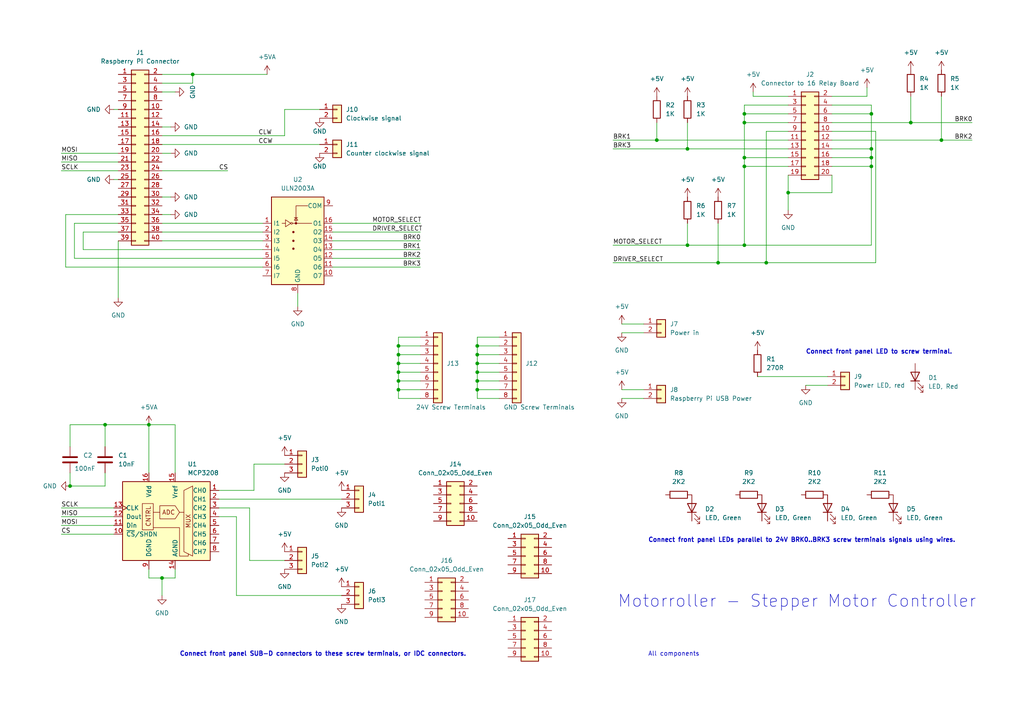
<source format=kicad_sch>
(kicad_sch (version 20230121) (generator eeschema)
  (paper "A4")
  (lib_symbols
    (symbol "Analog_ADC:MCP3208" (pin_names (offset 1.016))
      (property "Reference" "U" (at -5.08 13.335 0))
      (property "Value" "MCP3208" (at -5.08 11.43 0))
      (symbol "MCP3208_0_0"
        (text "ADC" (at -0.635 1.27 0) (effects (font (size 1.27 1.27))))
        (text "CNTRL" (at 5.969 -2.921 900) (effects (font (size 1.27 1.27)) (justify left bottom)))
        (text "MUX" (at -6.35 -1.27 900) (effects (font (size 1.27 1.27))))
      )
      (symbol "MCP3208_0_1"
        (polyline (pts (xy -3.81 1.27) (xy -5.08 1.27)))
        (polyline (pts (xy 1.905 1.27) (xy 3.81 1.27)))
        (polyline (pts (xy -7.62 8.89) (xy -7.62 -11.43) (xy -5.08 -10.16) (xy -5.08 7.62) (xy -7.62 8.89)))
        (polyline (pts (xy 3.81 -3.175) (xy -3.81 -3.175) (xy -3.81 -11.43) (xy -6.35 -11.43) (xy -6.35 -10.795)))
        (polyline (pts (xy 1.905 3.175) (xy 1.905 -0.635) (xy -2.54 -0.635) (xy -3.81 1.27) (xy -2.54 3.175) (xy 1.905 3.175)))
        (rectangle (start 3.81 -3.81) (end 6.985 3.81))
        (rectangle (start 12.7 -12.7) (end -12.7 10.16) (stroke (width 0.254)) (fill (type background)))
      )
      (symbol "MCP3208_1_1"
        (pin input line (at -15.24 7.62 0) (length 2.54) (name "CH0") (number "1"))
        (pin input line (at 15.24 -5.08 180) (length 2.54) (name "~{CS}/SHDN") (number "10"))
        (pin input line (at 15.24 -2.54 180) (length 2.54) (name "Din") (number "11"))
        (pin output line (at 15.24 0 180) (length 2.54) (name "Dout") (number "12"))
        (pin input clock (at 15.24 2.54 180) (length 2.54) (name "CLK") (number "13"))
        (pin power_in line (at -2.54 -15.24 90) (length 2.54) (name "AGND") (number "14"))
        (pin power_in line (at -2.54 12.7 270) (length 2.54) (name "Vref") (number "15"))
        (pin power_in line (at 5.08 12.7 270) (length 2.54) (name "Vdd") (number "16"))
        (pin input line (at -15.24 5.08 0) (length 2.54) (name "CH1") (number "2"))
        (pin input line (at -15.24 2.54 0) (length 2.54) (name "CH2") (number "3"))
        (pin input line (at -15.24 0 0) (length 2.54) (name "CH3") (number "4"))
        (pin input line (at -15.24 -2.54 0) (length 2.54) (name "CH4") (number "5"))
        (pin input line (at -15.24 -5.08 0) (length 2.54) (name "CH5") (number "6"))
        (pin input line (at -15.24 -7.62 0) (length 2.54) (name "CH6") (number "7"))
        (pin input line (at -15.24 -10.16 0) (length 2.54) (name "CH7") (number "8"))
        (pin power_in line (at 5.08 -15.24 90) (length 2.54) (name "DGND") (number "9"))
      )
    )
    (symbol "Connector_Generic:Conn_01x02" (pin_names (offset 1.016) hide)
      (property "Reference" "J" (at 0 2.54 0))
      (property "Value" "Conn_01x02" (at 0 -5.08 0))
      (symbol "Conn_01x02_1_1"
        (rectangle (start -1.27 -2.413) (end 0 -2.667) (stroke (width 0.1524)))
        (rectangle (start -1.27 0.127) (end 0 -0.127) (stroke (width 0.1524)))
        (rectangle (start -1.27 1.27) (end 1.27 -3.81) (stroke (width 0.254)) (fill (type background)))
        (pin passive line (at -5.08 0 0) (length 3.81) (name "Pin_1") (number "1"))
        (pin passive line (at -5.08 -2.54 0) (length 3.81) (name "Pin_2") (number "2"))
      )
    )
    (symbol "Connector_Generic:Conn_01x03" (pin_names (offset 1.016) hide)
      (property "Reference" "J" (at 0 5.08 0))
      (property "Value" "Conn_01x03" (at 0 -5.08 0))
      (symbol "Conn_01x03_1_1"
        (rectangle (start -1.27 -2.413) (end 0 -2.667) (stroke (width 0.1524)))
        (rectangle (start -1.27 0.127) (end 0 -0.127) (stroke (width 0.1524)))
        (rectangle (start -1.27 2.667) (end 0 2.413) (stroke (width 0.1524)))
        (rectangle (start -1.27 3.81) (end 1.27 -3.81) (stroke (width 0.254)) (fill (type background)))
        (pin passive line (at -5.08 2.54 0) (length 3.81) (name "Pin_1") (number "1"))
        (pin passive line (at -5.08 0 0) (length 3.81) (name "Pin_2") (number "2"))
        (pin passive line (at -5.08 -2.54 0) (length 3.81) (name "Pin_3") (number "3"))
      )
    )
    (symbol "Connector_Generic:Conn_01x08" (pin_names (offset 1.016) hide)
      (property "Reference" "J" (at 0 10.16 0))
      (property "Value" "Conn_01x08" (at 0 -12.7 0))
      (symbol "Conn_01x08_1_1"
        (rectangle (start -1.27 -10.033) (end 0 -10.287) (stroke (width 0.1524)))
        (rectangle (start -1.27 -7.493) (end 0 -7.747) (stroke (width 0.1524)))
        (rectangle (start -1.27 -4.953) (end 0 -5.207) (stroke (width 0.1524)))
        (rectangle (start -1.27 -2.413) (end 0 -2.667) (stroke (width 0.1524)))
        (rectangle (start -1.27 0.127) (end 0 -0.127) (stroke (width 0.1524)))
        (rectangle (start -1.27 2.667) (end 0 2.413) (stroke (width 0.1524)))
        (rectangle (start -1.27 5.207) (end 0 4.953) (stroke (width 0.1524)))
        (rectangle (start -1.27 7.747) (end 0 7.493) (stroke (width 0.1524)))
        (rectangle (start -1.27 8.89) (end 1.27 -11.43) (stroke (width 0.254)) (fill (type background)))
        (pin passive line (at -5.08 7.62 0) (length 3.81) (name "Pin_1") (number "1"))
        (pin passive line (at -5.08 5.08 0) (length 3.81) (name "Pin_2") (number "2"))
        (pin passive line (at -5.08 2.54 0) (length 3.81) (name "Pin_3") (number "3"))
        (pin passive line (at -5.08 0 0) (length 3.81) (name "Pin_4") (number "4"))
        (pin passive line (at -5.08 -2.54 0) (length 3.81) (name "Pin_5") (number "5"))
        (pin passive line (at -5.08 -5.08 0) (length 3.81) (name "Pin_6") (number "6"))
        (pin passive line (at -5.08 -7.62 0) (length 3.81) (name "Pin_7") (number "7"))
        (pin passive line (at -5.08 -10.16 0) (length 3.81) (name "Pin_8") (number "8"))
      )
    )
    (symbol "Connector_Generic:Conn_02x05_Odd_Even" (pin_names (offset 1.016) hide)
      (property "Reference" "J" (at 1.27 7.62 0))
      (property "Value" "Conn_02x05_Odd_Even" (at 1.27 -7.62 0))
      (symbol "Conn_02x05_Odd_Even_1_1"
        (rectangle (start -1.27 -4.953) (end 0 -5.207) (stroke (width 0.1524)))
        (rectangle (start -1.27 -2.413) (end 0 -2.667) (stroke (width 0.1524)))
        (rectangle (start -1.27 0.127) (end 0 -0.127) (stroke (width 0.1524)))
        (rectangle (start -1.27 2.667) (end 0 2.413) (stroke (width 0.1524)))
        (rectangle (start -1.27 5.207) (end 0 4.953) (stroke (width 0.1524)))
        (rectangle (start -1.27 6.35) (end 3.81 -6.35) (stroke (width 0.254)) (fill (type background)))
        (rectangle (start 3.81 -4.953) (end 2.54 -5.207) (stroke (width 0.1524)))
        (rectangle (start 3.81 -2.413) (end 2.54 -2.667) (stroke (width 0.1524)))
        (rectangle (start 3.81 0.127) (end 2.54 -0.127) (stroke (width 0.1524)))
        (rectangle (start 3.81 2.667) (end 2.54 2.413) (stroke (width 0.1524)))
        (rectangle (start 3.81 5.207) (end 2.54 4.953) (stroke (width 0.1524)))
        (pin passive line (at -5.08 5.08 0) (length 3.81) (name "Pin_1") (number "1"))
        (pin passive line (at 7.62 -5.08 180) (length 3.81) (name "Pin_10") (number "10"))
        (pin passive line (at 7.62 5.08 180) (length 3.81) (name "Pin_2") (number "2"))
        (pin passive line (at -5.08 2.54 0) (length 3.81) (name "Pin_3") (number "3"))
        (pin passive line (at 7.62 2.54 180) (length 3.81) (name "Pin_4") (number "4"))
        (pin passive line (at -5.08 0 0) (length 3.81) (name "Pin_5") (number "5"))
        (pin passive line (at 7.62 0 180) (length 3.81) (name "Pin_6") (number "6"))
        (pin passive line (at -5.08 -2.54 0) (length 3.81) (name "Pin_7") (number "7"))
        (pin passive line (at 7.62 -2.54 180) (length 3.81) (name "Pin_8") (number "8"))
        (pin passive line (at -5.08 -5.08 0) (length 3.81) (name "Pin_9") (number "9"))
      )
    )
    (symbol "Connector_Generic:Conn_02x10_Odd_Even" (pin_names (offset 1.016) hide)
      (property "Reference" "J" (at 1.27 12.7 0))
      (property "Value" "Conn_02x10_Odd_Even" (at 1.27 -15.24 0))
      (symbol "Conn_02x10_Odd_Even_1_1"
        (rectangle (start -1.27 -12.573) (end 0 -12.827) (stroke (width 0.1524)))
        (rectangle (start -1.27 -10.033) (end 0 -10.287) (stroke (width 0.1524)))
        (rectangle (start -1.27 -7.493) (end 0 -7.747) (stroke (width 0.1524)))
        (rectangle (start -1.27 -4.953) (end 0 -5.207) (stroke (width 0.1524)))
        (rectangle (start -1.27 -2.413) (end 0 -2.667) (stroke (width 0.1524)))
        (rectangle (start -1.27 0.127) (end 0 -0.127) (stroke (width 0.1524)))
        (rectangle (start -1.27 2.667) (end 0 2.413) (stroke (width 0.1524)))
        (rectangle (start -1.27 5.207) (end 0 4.953) (stroke (width 0.1524)))
        (rectangle (start -1.27 7.747) (end 0 7.493) (stroke (width 0.1524)))
        (rectangle (start -1.27 10.287) (end 0 10.033) (stroke (width 0.1524)))
        (rectangle (start -1.27 11.43) (end 3.81 -13.97) (stroke (width 0.254)) (fill (type background)))
        (rectangle (start 3.81 -12.573) (end 2.54 -12.827) (stroke (width 0.1524)))
        (rectangle (start 3.81 -10.033) (end 2.54 -10.287) (stroke (width 0.1524)))
        (rectangle (start 3.81 -7.493) (end 2.54 -7.747) (stroke (width 0.1524)))
        (rectangle (start 3.81 -4.953) (end 2.54 -5.207) (stroke (width 0.1524)))
        (rectangle (start 3.81 -2.413) (end 2.54 -2.667) (stroke (width 0.1524)))
        (rectangle (start 3.81 0.127) (end 2.54 -0.127) (stroke (width 0.1524)))
        (rectangle (start 3.81 2.667) (end 2.54 2.413) (stroke (width 0.1524)))
        (rectangle (start 3.81 5.207) (end 2.54 4.953) (stroke (width 0.1524)))
        (rectangle (start 3.81 7.747) (end 2.54 7.493) (stroke (width 0.1524)))
        (rectangle (start 3.81 10.287) (end 2.54 10.033) (stroke (width 0.1524)))
        (pin passive line (at -5.08 10.16 0) (length 3.81) (name "Pin_1") (number "1"))
        (pin passive line (at 7.62 0 180) (length 3.81) (name "Pin_10") (number "10"))
        (pin passive line (at -5.08 -2.54 0) (length 3.81) (name "Pin_11") (number "11"))
        (pin passive line (at 7.62 -2.54 180) (length 3.81) (name "Pin_12") (number "12"))
        (pin passive line (at -5.08 -5.08 0) (length 3.81) (name "Pin_13") (number "13"))
        (pin passive line (at 7.62 -5.08 180) (length 3.81) (name "Pin_14") (number "14"))
        (pin passive line (at -5.08 -7.62 0) (length 3.81) (name "Pin_15") (number "15"))
        (pin passive line (at 7.62 -7.62 180) (length 3.81) (name "Pin_16") (number "16"))
        (pin passive line (at -5.08 -10.16 0) (length 3.81) (name "Pin_17") (number "17"))
        (pin passive line (at 7.62 -10.16 180) (length 3.81) (name "Pin_18") (number "18"))
        (pin passive line (at -5.08 -12.7 0) (length 3.81) (name "Pin_19") (number "19"))
        (pin passive line (at 7.62 10.16 180) (length 3.81) (name "Pin_2") (number "2"))
        (pin passive line (at 7.62 -12.7 180) (length 3.81) (name "Pin_20") (number "20"))
        (pin passive line (at -5.08 7.62 0) (length 3.81) (name "Pin_3") (number "3"))
        (pin passive line (at 7.62 7.62 180) (length 3.81) (name "Pin_4") (number "4"))
        (pin passive line (at -5.08 5.08 0) (length 3.81) (name "Pin_5") (number "5"))
        (pin passive line (at 7.62 5.08 180) (length 3.81) (name "Pin_6") (number "6"))
        (pin passive line (at -5.08 2.54 0) (length 3.81) (name "Pin_7") (number "7"))
        (pin passive line (at 7.62 2.54 180) (length 3.81) (name "Pin_8") (number "8"))
        (pin passive line (at -5.08 0 0) (length 3.81) (name "Pin_9") (number "9"))
      )
    )
    (symbol "Connector_Generic:Conn_02x20_Odd_Even" (pin_names (offset 1.016) hide)
      (property "Reference" "J" (at 1.27 25.4 0))
      (property "Value" "Conn_02x20_Odd_Even" (at 1.27 -27.94 0))
      (symbol "Conn_02x20_Odd_Even_1_1"
        (rectangle (start -1.27 -25.273) (end 0 -25.527) (stroke (width 0.1524)))
        (rectangle (start -1.27 -22.733) (end 0 -22.987) (stroke (width 0.1524)))
        (rectangle (start -1.27 -20.193) (end 0 -20.447) (stroke (width 0.1524)))
        (rectangle (start -1.27 -17.653) (end 0 -17.907) (stroke (width 0.1524)))
        (rectangle (start -1.27 -15.113) (end 0 -15.367) (stroke (width 0.1524)))
        (rectangle (start -1.27 -12.573) (end 0 -12.827) (stroke (width 0.1524)))
        (rectangle (start -1.27 -10.033) (end 0 -10.287) (stroke (width 0.1524)))
        (rectangle (start -1.27 -7.493) (end 0 -7.747) (stroke (width 0.1524)))
        (rectangle (start -1.27 -4.953) (end 0 -5.207) (stroke (width 0.1524)))
        (rectangle (start -1.27 -2.413) (end 0 -2.667) (stroke (width 0.1524)))
        (rectangle (start -1.27 0.127) (end 0 -0.127) (stroke (width 0.1524)))
        (rectangle (start -1.27 2.667) (end 0 2.413) (stroke (width 0.1524)))
        (rectangle (start -1.27 5.207) (end 0 4.953) (stroke (width 0.1524)))
        (rectangle (start -1.27 7.747) (end 0 7.493) (stroke (width 0.1524)))
        (rectangle (start -1.27 10.287) (end 0 10.033) (stroke (width 0.1524)))
        (rectangle (start -1.27 12.827) (end 0 12.573) (stroke (width 0.1524)))
        (rectangle (start -1.27 15.367) (end 0 15.113) (stroke (width 0.1524)))
        (rectangle (start -1.27 17.907) (end 0 17.653) (stroke (width 0.1524)))
        (rectangle (start -1.27 20.447) (end 0 20.193) (stroke (width 0.1524)))
        (rectangle (start -1.27 22.987) (end 0 22.733) (stroke (width 0.1524)))
        (rectangle (start -1.27 24.13) (end 3.81 -26.67) (stroke (width 0.254)) (fill (type background)))
        (rectangle (start 3.81 -25.273) (end 2.54 -25.527) (stroke (width 0.1524)))
        (rectangle (start 3.81 -22.733) (end 2.54 -22.987) (stroke (width 0.1524)))
        (rectangle (start 3.81 -20.193) (end 2.54 -20.447) (stroke (width 0.1524)))
        (rectangle (start 3.81 -17.653) (end 2.54 -17.907) (stroke (width 0.1524)))
        (rectangle (start 3.81 -15.113) (end 2.54 -15.367) (stroke (width 0.1524)))
        (rectangle (start 3.81 -12.573) (end 2.54 -12.827) (stroke (width 0.1524)))
        (rectangle (start 3.81 -10.033) (end 2.54 -10.287) (stroke (width 0.1524)))
        (rectangle (start 3.81 -7.493) (end 2.54 -7.747) (stroke (width 0.1524)))
        (rectangle (start 3.81 -4.953) (end 2.54 -5.207) (stroke (width 0.1524)))
        (rectangle (start 3.81 -2.413) (end 2.54 -2.667) (stroke (width 0.1524)))
        (rectangle (start 3.81 0.127) (end 2.54 -0.127) (stroke (width 0.1524)))
        (rectangle (start 3.81 2.667) (end 2.54 2.413) (stroke (width 0.1524)))
        (rectangle (start 3.81 5.207) (end 2.54 4.953) (stroke (width 0.1524)))
        (rectangle (start 3.81 7.747) (end 2.54 7.493) (stroke (width 0.1524)))
        (rectangle (start 3.81 10.287) (end 2.54 10.033) (stroke (width 0.1524)))
        (rectangle (start 3.81 12.827) (end 2.54 12.573) (stroke (width 0.1524)))
        (rectangle (start 3.81 15.367) (end 2.54 15.113) (stroke (width 0.1524)))
        (rectangle (start 3.81 17.907) (end 2.54 17.653) (stroke (width 0.1524)))
        (rectangle (start 3.81 20.447) (end 2.54 20.193) (stroke (width 0.1524)))
        (rectangle (start 3.81 22.987) (end 2.54 22.733) (stroke (width 0.1524)))
        (pin passive line (at -5.08 22.86 0) (length 3.81) (name "Pin_1") (number "1"))
        (pin passive line (at 7.62 12.7 180) (length 3.81) (name "Pin_10") (number "10"))
        (pin passive line (at -5.08 10.16 0) (length 3.81) (name "Pin_11") (number "11"))
        (pin passive line (at 7.62 10.16 180) (length 3.81) (name "Pin_12") (number "12"))
        (pin passive line (at -5.08 7.62 0) (length 3.81) (name "Pin_13") (number "13"))
        (pin passive line (at 7.62 7.62 180) (length 3.81) (name "Pin_14") (number "14"))
        (pin passive line (at -5.08 5.08 0) (length 3.81) (name "Pin_15") (number "15"))
        (pin passive line (at 7.62 5.08 180) (length 3.81) (name "Pin_16") (number "16"))
        (pin passive line (at -5.08 2.54 0) (length 3.81) (name "Pin_17") (number "17"))
        (pin passive line (at 7.62 2.54 180) (length 3.81) (name "Pin_18") (number "18"))
        (pin passive line (at -5.08 0 0) (length 3.81) (name "Pin_19") (number "19"))
        (pin passive line (at 7.62 22.86 180) (length 3.81) (name "Pin_2") (number "2"))
        (pin passive line (at 7.62 0 180) (length 3.81) (name "Pin_20") (number "20"))
        (pin passive line (at -5.08 -2.54 0) (length 3.81) (name "Pin_21") (number "21"))
        (pin passive line (at 7.62 -2.54 180) (length 3.81) (name "Pin_22") (number "22"))
        (pin passive line (at -5.08 -5.08 0) (length 3.81) (name "Pin_23") (number "23"))
        (pin passive line (at 7.62 -5.08 180) (length 3.81) (name "Pin_24") (number "24"))
        (pin passive line (at -5.08 -7.62 0) (length 3.81) (name "Pin_25") (number "25"))
        (pin passive line (at 7.62 -7.62 180) (length 3.81) (name "Pin_26") (number "26"))
        (pin passive line (at -5.08 -10.16 0) (length 3.81) (name "Pin_27") (number "27"))
        (pin passive line (at 7.62 -10.16 180) (length 3.81) (name "Pin_28") (number "28"))
        (pin passive line (at -5.08 -12.7 0) (length 3.81) (name "Pin_29") (number "29"))
        (pin passive line (at -5.08 20.32 0) (length 3.81) (name "Pin_3") (number "3"))
        (pin passive line (at 7.62 -12.7 180) (length 3.81) (name "Pin_30") (number "30"))
        (pin passive line (at -5.08 -15.24 0) (length 3.81) (name "Pin_31") (number "31"))
        (pin passive line (at 7.62 -15.24 180) (length 3.81) (name "Pin_32") (number "32"))
        (pin passive line (at -5.08 -17.78 0) (length 3.81) (name "Pin_33") (number "33"))
        (pin passive line (at 7.62 -17.78 180) (length 3.81) (name "Pin_34") (number "34"))
        (pin passive line (at -5.08 -20.32 0) (length 3.81) (name "Pin_35") (number "35"))
        (pin passive line (at 7.62 -20.32 180) (length 3.81) (name "Pin_36") (number "36"))
        (pin passive line (at -5.08 -22.86 0) (length 3.81) (name "Pin_37") (number "37"))
        (pin passive line (at 7.62 -22.86 180) (length 3.81) (name "Pin_38") (number "38"))
        (pin passive line (at -5.08 -25.4 0) (length 3.81) (name "Pin_39") (number "39"))
        (pin passive line (at 7.62 20.32 180) (length 3.81) (name "Pin_4") (number "4"))
        (pin passive line (at 7.62 -25.4 180) (length 3.81) (name "Pin_40") (number "40"))
        (pin passive line (at -5.08 17.78 0) (length 3.81) (name "Pin_5") (number "5"))
        (pin passive line (at 7.62 17.78 180) (length 3.81) (name "Pin_6") (number "6"))
        (pin passive line (at -5.08 15.24 0) (length 3.81) (name "Pin_7") (number "7"))
        (pin passive line (at 7.62 15.24 180) (length 3.81) (name "Pin_8") (number "8"))
        (pin passive line (at -5.08 12.7 0) (length 3.81) (name "Pin_9") (number "9"))
      )
    )
    (symbol "Device:C" (pin_numbers hide) (pin_names (offset 0.254))
      (property "Reference" "C" (at 0.635 2.54 0))
      (property "Value" "C" (at 0.635 -2.54 0))
      (symbol "C_0_1"
        (polyline (pts (xy -2.032 -0.762) (xy 2.032 -0.762)) (stroke (width 0.508)))
        (polyline (pts (xy -2.032 0.762) (xy 2.032 0.762)) (stroke (width 0.508)))
      )
      (symbol "C_1_1"
        (pin passive line (at 0 3.81 270) (length 2.794) (name "~") (number "1"))
        (pin passive line (at 0 -3.81 90) (length 2.794) (name "~") (number "2"))
      )
    )
    (symbol "Device:LED" (pin_numbers hide) (pin_names (offset 1.016) hide)
      (property "Reference" "D" (at 0 2.54 0))
      (property "Value" "LED" (at 0 -2.54 0))
      (symbol "LED_0_1"
        (polyline (pts (xy -1.27 -1.27) (xy -1.27 1.27)) (stroke (width 0.254)))
        (polyline (pts (xy -1.27 0) (xy 1.27 0)))
        (polyline (pts (xy 1.27 -1.27) (xy 1.27 1.27) (xy -1.27 0) (xy 1.27 -1.27)) (stroke (width 0.254)))
        (polyline (pts (xy -3.048 -0.762) (xy -4.572 -2.286) (xy -3.81 -2.286) (xy -4.572 -2.286) (xy -4.572 -1.524)))
        (polyline (pts (xy -1.778 -0.762) (xy -3.302 -2.286) (xy -2.54 -2.286) (xy -3.302 -2.286) (xy -3.302 -1.524)))
      )
      (symbol "LED_1_1"
        (pin passive line (at -3.81 0 0) (length 2.54) (name "K") (number "1"))
        (pin passive line (at 3.81 0 180) (length 2.54) (name "A") (number "2"))
      )
    )
    (symbol "Device:R" (pin_numbers hide) (pin_names (offset 0))
      (property "Reference" "R" (at 2.032 0 90))
      (property "Value" "R" (at 0 0 90))
      (symbol "R_0_1"
        (rectangle (start -1.016 -2.54) (end 1.016 2.54) (stroke (width 0.254)))
      )
      (symbol "R_1_1"
        (pin passive line (at 0 3.81 270) (length 1.27) (name "~") (number "1"))
        (pin passive line (at 0 -3.81 90) (length 1.27) (name "~") (number "2"))
      )
    )
    (symbol "Transistor_Array:ULN2003A"
      (property "Reference" "U" (at 0 15.875 0))
      (property "Value" "ULN2003A" (at 0 13.97 0))
      (symbol "ULN2003A_0_1"
        (rectangle (start -7.62 -12.7) (end 7.62 12.7) (stroke (width 0.254)) (fill (type background)))
        (circle (center -1.778 5.08) (radius 0.254))
        (circle (center -1.27 -2.286) (radius 0.254) (fill (type outline)))
        (circle (center -1.27 0) (radius 0.254) (fill (type outline)))
        (circle (center -1.27 2.54) (radius 0.254) (fill (type outline)))
        (circle (center -0.508 5.08) (radius 0.254) (fill (type outline)))
        (polyline (pts (xy -4.572 5.08) (xy -3.556 5.08)))
        (polyline (pts (xy -1.524 5.08) (xy 4.064 5.08)))
        (polyline (pts (xy 0 6.731) (xy -1.016 6.731)))
        (polyline (pts (xy -0.508 5.08) (xy -0.508 10.16) (xy 2.921 10.16)))
        (polyline (pts (xy -3.556 6.096) (xy -3.556 4.064) (xy -2.032 5.08) (xy -3.556 6.096)))
        (polyline (pts (xy 0 5.969) (xy -1.016 5.969) (xy -0.508 6.731) (xy 0 5.969)))
      )
      (symbol "ULN2003A_1_1"
        (pin input line (at -10.16 5.08 0) (length 2.54) (name "I1") (number "1"))
        (pin open_collector line (at 10.16 -10.16 180) (length 2.54) (name "O7") (number "10"))
        (pin open_collector line (at 10.16 -7.62 180) (length 2.54) (name "O6") (number "11"))
        (pin open_collector line (at 10.16 -5.08 180) (length 2.54) (name "O5") (number "12"))
        (pin open_collector line (at 10.16 -2.54 180) (length 2.54) (name "O4") (number "13"))
        (pin open_collector line (at 10.16 0 180) (length 2.54) (name "O3") (number "14"))
        (pin open_collector line (at 10.16 2.54 180) (length 2.54) (name "O2") (number "15"))
        (pin open_collector line (at 10.16 5.08 180) (length 2.54) (name "O1") (number "16"))
        (pin input line (at -10.16 2.54 0) (length 2.54) (name "I2") (number "2"))
        (pin input line (at -10.16 0 0) (length 2.54) (name "I3") (number "3"))
        (pin input line (at -10.16 -2.54 0) (length 2.54) (name "I4") (number "4"))
        (pin input line (at -10.16 -5.08 0) (length 2.54) (name "I5") (number "5"))
        (pin input line (at -10.16 -7.62 0) (length 2.54) (name "I6") (number "6"))
        (pin input line (at -10.16 -10.16 0) (length 2.54) (name "I7") (number "7"))
        (pin power_in line (at 0 -15.24 90) (length 2.54) (name "GND") (number "8"))
        (pin passive line (at 10.16 10.16 180) (length 2.54) (name "COM") (number "9"))
      )
    )
    (symbol "power:+5V" (power) (pin_names (offset 0))
      (property "Value" "+5V" (at 0 3.556 0))
      (symbol "+5V_0_1"
        (polyline (pts (xy -0.762 1.27) (xy 0 2.54)))
        (polyline (pts (xy 0 0) (xy 0 2.54)))
        (polyline (pts (xy 0 2.54) (xy 0.762 1.27)))
      )
      (symbol "+5V_1_1"
        (pin power_in line (at 0 0 90) (length 0) hide (name "+5V") (number "1"))
      )
    )
    (symbol "power:+5VA" (power) (pin_names (offset 0))
      (property "Value" "+5VA" (at 0 3.556 0))
      (symbol "+5VA_0_1"
        (polyline (pts (xy -0.762 1.27) (xy 0 2.54)))
        (polyline (pts (xy 0 0) (xy 0 2.54)))
        (polyline (pts (xy 0 2.54) (xy 0.762 1.27)))
      )
      (symbol "+5VA_1_1"
        (pin power_in line (at 0 0 90) (length 0) hide (name "+5VA") (number "1"))
      )
    )
    (symbol "power:GND" (power) (pin_names (offset 0))
      (property "Value" "GND" (at 0 -3.81 0))
      (symbol "GND_0_1"
        (polyline (pts (xy 0 0) (xy 0 -1.27) (xy 1.27 -1.27) (xy 0 -2.54) (xy -1.27 -1.27) (xy 0 -1.27)))
      )
      (symbol "GND_1_1"
        (pin power_in line (at 0 0 270) (length 0) hide (name "GND") (number "1"))
      )
    )
  )
  (junction (at 115.57 113.03))
  (junction (at 138.43 102.87))
  (junction (at 252.73 48.26))
  (junction (at 115.57 100.33))
  (junction (at 208.28 76.2))
  (junction (at 30.48 123.19))
  (junction (at 46.99 167.64))
  (junction (at 215.9 48.26))
  (junction (at 215.9 45.72))
  (junction (at 138.43 113.03))
  (junction (at 43.18 123.19))
  (junction (at 273.05 40.64))
  (junction (at 264.16 35.56))
  (junction (at 199.39 71.12))
  (junction (at 252.73 45.72))
  (junction (at 138.43 107.95))
  (junction (at 138.43 105.41))
  (junction (at 115.57 110.49))
  (junction (at 228.6 55.88))
  (junction (at 215.9 35.56))
  (junction (at 55.88 21.59))
  (junction (at 115.57 107.95))
  (junction (at 252.73 33.02))
  (junction (at 215.9 33.02))
  (junction (at 20.32 140.97))
  (junction (at 222.25 76.2))
  (junction (at 115.57 102.87))
  (junction (at 252.73 43.18))
  (junction (at 190.5 40.64))
  (junction (at 138.43 100.33))
  (junction (at 115.57 105.41))
  (junction (at 199.39 43.18))
  (junction (at 138.43 110.49))
  (junction (at 215.9 71.12))
  (wire (pts (xy 49.53 36.83) (xy 46.99 36.83)))
  (wire (pts (xy 30.48 137.16) (xy 30.48 140.97)))
  (wire (pts (xy 96.52 64.77) (xy 121.92 64.77)))
  (wire (pts (xy 177.8 40.64) (xy 190.5 40.64)))
  (wire (pts (xy 180.34 93.98) (xy 186.69 93.98)))
  (wire (pts (xy 177.8 76.2) (xy 208.28 76.2)))
  (wire (pts (xy 252.73 33.02) (xy 241.3 33.02)))
  (wire (pts (xy 190.5 40.64) (xy 228.6 40.64)))
  (wire (pts (xy 218.44 27.94) (xy 228.6 27.94)))
  (wire (pts (xy 17.78 46.99) (xy 34.29 46.99)))
  (wire (pts (xy 115.57 102.87) (xy 115.57 100.33)))
  (wire (pts (xy 82.55 31.75) (xy 92.71 31.75)))
  (wire (pts (xy 215.9 71.12) (xy 215.9 48.26)))
  (wire (pts (xy 115.57 97.79) (xy 121.92 97.79)))
  (wire (pts (xy 115.57 105.41) (xy 115.57 102.87)))
  (wire (pts (xy 138.43 100.33) (xy 138.43 102.87)))
  (wire (pts (xy 24.13 72.39) (xy 76.2 72.39)))
  (wire (pts (xy 215.9 35.56) (xy 215.9 33.02)))
  (wire (pts (xy 20.32 129.54) (xy 20.32 123.19)))
  (wire (pts (xy 138.43 107.95) (xy 144.78 107.95)))
  (wire (pts (xy 73.66 142.24) (xy 73.66 134.62)))
  (wire (pts (xy 251.46 25.4) (xy 251.46 27.94)))
  (wire (pts (xy 68.58 172.72) (xy 99.06 172.72)))
  (wire (pts (xy 115.57 107.95) (xy 115.57 105.41)))
  (wire (pts (xy 228.6 30.48) (xy 215.9 30.48)))
  (wire (pts (xy 96.52 72.39) (xy 121.92 72.39)))
  (wire (pts (xy 228.6 38.1) (xy 222.25 38.1)))
  (wire (pts (xy 115.57 110.49) (xy 115.57 107.95)))
  (wire (pts (xy 138.43 113.03) (xy 144.78 113.03)))
  (wire (pts (xy 77.47 21.59) (xy 55.88 21.59)))
  (wire (pts (xy 241.3 43.18) (xy 252.73 43.18)))
  (wire (pts (xy 115.57 110.49) (xy 121.92 110.49)))
  (wire (pts (xy 33.02 52.07) (xy 34.29 52.07)))
  (wire (pts (xy 199.39 71.12) (xy 215.9 71.12)))
  (wire (pts (xy 115.57 100.33) (xy 121.92 100.33)))
  (wire (pts (xy 228.6 50.8) (xy 228.6 55.88)))
  (wire (pts (xy 241.3 35.56) (xy 264.16 35.56)))
  (wire (pts (xy 34.29 86.36) (xy 34.29 69.85)))
  (wire (pts (xy 241.3 38.1) (xy 254 38.1)))
  (wire (pts (xy 46.99 167.64) (xy 46.99 172.72)))
  (wire (pts (xy 17.78 44.45) (xy 34.29 44.45)))
  (wire (pts (xy 96.52 69.85) (xy 121.92 69.85)))
  (wire (pts (xy 233.68 111.76) (xy 240.03 111.76)))
  (wire (pts (xy 46.99 21.59) (xy 55.88 21.59)))
  (wire (pts (xy 273.05 40.64) (xy 281.94 40.64)))
  (wire (pts (xy 208.28 64.77) (xy 208.28 76.2)))
  (wire (pts (xy 17.78 147.32) (xy 33.02 147.32)))
  (wire (pts (xy 68.58 149.86) (xy 63.5 149.86)))
  (wire (pts (xy 46.99 167.64) (xy 50.8 167.64)))
  (wire (pts (xy 50.8 167.64) (xy 50.8 165.1)))
  (wire (pts (xy 76.2 67.31) (xy 46.99 67.31)))
  (wire (pts (xy 46.99 39.37) (xy 82.55 39.37)))
  (wire (pts (xy 252.73 48.26) (xy 241.3 48.26)))
  (wire (pts (xy 49.53 44.45) (xy 46.99 44.45)))
  (wire (pts (xy 222.25 76.2) (xy 254 76.2)))
  (wire (pts (xy 21.59 64.77) (xy 21.59 74.93)))
  (wire (pts (xy 241.3 30.48) (xy 252.73 30.48)))
  (wire (pts (xy 138.43 97.79) (xy 144.78 97.79)))
  (wire (pts (xy 121.92 115.57) (xy 115.57 115.57)))
  (wire (pts (xy 33.02 31.75) (xy 34.29 31.75)))
  (wire (pts (xy 180.34 113.03) (xy 186.69 113.03)))
  (wire (pts (xy 180.34 115.57) (xy 186.69 115.57)))
  (wire (pts (xy 72.39 162.56) (xy 82.55 162.56)))
  (wire (pts (xy 115.57 102.87) (xy 121.92 102.87)))
  (wire (pts (xy 138.43 110.49) (xy 138.43 113.03)))
  (wire (pts (xy 49.53 62.23) (xy 46.99 62.23)))
  (wire (pts (xy 20.32 140.97) (xy 20.32 137.16)))
  (wire (pts (xy 252.73 45.72) (xy 252.73 48.26)))
  (wire (pts (xy 50.8 123.19) (xy 43.18 123.19)))
  (wire (pts (xy 43.18 167.64) (xy 46.99 167.64)))
  (wire (pts (xy 55.88 24.13) (xy 46.99 24.13)))
  (wire (pts (xy 34.29 64.77) (xy 21.59 64.77)))
  (wire (pts (xy 55.88 21.59) (xy 55.88 24.13)))
  (wire (pts (xy 138.43 107.95) (xy 138.43 110.49)))
  (wire (pts (xy 208.28 76.2) (xy 222.25 76.2)))
  (wire (pts (xy 144.78 115.57) (xy 138.43 115.57)))
  (wire (pts (xy 115.57 100.33) (xy 115.57 97.79)))
  (wire (pts (xy 76.2 64.77) (xy 46.99 64.77)))
  (wire (pts (xy 46.99 49.53) (xy 66.04 49.53)))
  (wire (pts (xy 19.05 62.23) (xy 19.05 77.47)))
  (wire (pts (xy 17.78 149.86) (xy 33.02 149.86)))
  (wire (pts (xy 228.6 35.56) (xy 215.9 35.56)))
  (wire (pts (xy 241.3 40.64) (xy 273.05 40.64)))
  (wire (pts (xy 215.9 35.56) (xy 215.9 45.72)))
  (wire (pts (xy 218.44 26.67) (xy 218.44 27.94)))
  (wire (pts (xy 46.99 41.91) (xy 92.71 41.91)))
  (wire (pts (xy 215.9 48.26) (xy 228.6 48.26)))
  (wire (pts (xy 138.43 97.79) (xy 138.43 100.33)))
  (wire (pts (xy 30.48 129.54) (xy 30.48 123.19)))
  (wire (pts (xy 138.43 113.03) (xy 138.43 115.57)))
  (wire (pts (xy 34.29 67.31) (xy 24.13 67.31)))
  (wire (pts (xy 96.52 67.31) (xy 121.92 67.31)))
  (wire (pts (xy 43.18 123.19) (xy 43.18 137.16)))
  (wire (pts (xy 115.57 115.57) (xy 115.57 113.03)))
  (wire (pts (xy 86.36 88.9) (xy 86.36 85.09)))
  (wire (pts (xy 115.57 105.41) (xy 121.92 105.41)))
  (wire (pts (xy 199.39 64.77) (xy 199.39 71.12)))
  (wire (pts (xy 177.8 71.12) (xy 199.39 71.12)))
  (wire (pts (xy 50.8 26.67) (xy 46.99 26.67)))
  (wire (pts (xy 17.78 154.94) (xy 33.02 154.94)))
  (wire (pts (xy 17.78 152.4) (xy 33.02 152.4)))
  (wire (pts (xy 241.3 55.88) (xy 228.6 55.88)))
  (wire (pts (xy 215.9 45.72) (xy 215.9 48.26)))
  (wire (pts (xy 252.73 43.18) (xy 252.73 45.72)))
  (wire (pts (xy 264.16 27.94) (xy 264.16 35.56)))
  (wire (pts (xy 228.6 55.88) (xy 228.6 60.96)))
  (wire (pts (xy 252.73 30.48) (xy 252.73 33.02)))
  (wire (pts (xy 96.52 77.47) (xy 121.92 77.47)))
  (wire (pts (xy 254 38.1) (xy 254 76.2)))
  (wire (pts (xy 199.39 35.56) (xy 199.39 43.18)))
  (wire (pts (xy 17.78 49.53) (xy 34.29 49.53)))
  (wire (pts (xy 63.5 144.78) (xy 99.06 144.78)))
  (wire (pts (xy 76.2 69.85) (xy 46.99 69.85)))
  (wire (pts (xy 215.9 71.12) (xy 252.73 71.12)))
  (wire (pts (xy 180.34 96.52) (xy 186.69 96.52)))
  (wire (pts (xy 138.43 105.41) (xy 144.78 105.41)))
  (wire (pts (xy 43.18 165.1) (xy 43.18 167.64)))
  (wire (pts (xy 20.32 123.19) (xy 30.48 123.19)))
  (wire (pts (xy 199.39 43.18) (xy 228.6 43.18)))
  (wire (pts (xy 63.5 142.24) (xy 73.66 142.24)))
  (wire (pts (xy 252.73 33.02) (xy 252.73 43.18)))
  (wire (pts (xy 219.71 109.22) (xy 240.03 109.22)))
  (wire (pts (xy 252.73 48.26) (xy 252.73 71.12)))
  (wire (pts (xy 68.58 149.86) (xy 68.58 172.72)))
  (wire (pts (xy 115.57 113.03) (xy 121.92 113.03)))
  (wire (pts (xy 49.53 57.15) (xy 46.99 57.15)))
  (wire (pts (xy 222.25 38.1) (xy 222.25 76.2)))
  (wire (pts (xy 21.59 74.93) (xy 76.2 74.93)))
  (wire (pts (xy 241.3 27.94) (xy 251.46 27.94)))
  (wire (pts (xy 241.3 50.8) (xy 241.3 55.88)))
  (wire (pts (xy 82.55 39.37) (xy 82.55 31.75)))
  (wire (pts (xy 215.9 30.48) (xy 215.9 33.02)))
  (wire (pts (xy 96.52 74.93) (xy 121.92 74.93)))
  (wire (pts (xy 144.78 100.33) (xy 138.43 100.33)))
  (wire (pts (xy 138.43 102.87) (xy 138.43 105.41)))
  (wire (pts (xy 228.6 45.72) (xy 215.9 45.72)))
  (wire (pts (xy 72.39 147.32) (xy 72.39 162.56)))
  (wire (pts (xy 190.5 35.56) (xy 190.5 40.64)))
  (wire (pts (xy 138.43 102.87) (xy 144.78 102.87)))
  (wire (pts (xy 264.16 35.56) (xy 281.94 35.56)))
  (wire (pts (xy 215.9 33.02) (xy 228.6 33.02)))
  (wire (pts (xy 24.13 67.31) (xy 24.13 72.39)))
  (wire (pts (xy 63.5 147.32) (xy 72.39 147.32)))
  (wire (pts (xy 50.8 123.19) (xy 50.8 137.16)))
  (wire (pts (xy 115.57 113.03) (xy 115.57 110.49)))
  (wire (pts (xy 34.29 62.23) (xy 19.05 62.23)))
  (wire (pts (xy 19.05 77.47) (xy 76.2 77.47)))
  (wire (pts (xy 138.43 105.41) (xy 138.43 107.95)))
  (wire (pts (xy 73.66 134.62) (xy 82.55 134.62)))
  (wire (pts (xy 177.8 43.18) (xy 199.39 43.18)))
  (wire (pts (xy 241.3 45.72) (xy 252.73 45.72)))
  (wire (pts (xy 115.57 107.95) (xy 121.92 107.95)))
  (wire (pts (xy 30.48 123.19) (xy 43.18 123.19)))
  (wire (pts (xy 144.78 110.49) (xy 138.43 110.49)))
  (wire (pts (xy 20.32 140.97) (xy 30.48 140.97)))
  (wire (pts (xy 273.05 27.94) (xy 273.05 40.64)))
  (text "Connect front panel SUB-D connectors to these screw terminals, or IDC connectors." (at 52.07 190.5 0) (effects (font (size 1.27 1.27) (thickness 0.254) bold) (justify left bottom)))
  (text "Connect front panel LED to screw terminal." (at 233.68 102.87 0) (effects (font (size 1.27 1.27) (thickness 0.254) bold) (justify left bottom)))
  (text "All components" (at 187.96 190.5 0) (effects (font (size 1.27 1.27)) (justify left bottom)))
  (text "Motorroller - Stepper Motor Controller" (at 179.07 176.53 0) (effects (font (size 3.5 3.5)) (justify left bottom)))
  (text "Connect front panel LEDs parallel to 24V BRK0..BRK3 screw terminals signals using wires." (at 187.96 157.48 0) (effects (font (size 1.27 1.27) (thickness 0.254) bold) (justify left bottom)))
  (label "MOSI" (at 17.78 44.45 0))
  (label "CS" (at 63.5 49.53 0))
  (label "BRK3" (at 116.84 77.47 0))
  (label "MISO" (at 17.78 149.86 0))
  (label "SCLK" (at 17.78 49.53 0))
  (label "BRK2" (at 276.86 40.64 0))
  (label "CLW" (at 74.93 39.37 0))
  (label "BRK2" (at 116.84 74.93 0))
  (label "BRK1" (at 177.8 40.64 0))
  (label "SCLK" (at 17.78 147.32 0))
  (label "MOTOR_SELECT" (at 177.8 71.12 0))
  (label "MOTOR_SELECT" (at 107.95 64.77 0))
  (label "CS" (at 17.78 154.94 0))
  (label "BRK0" (at 276.86 35.56 0))
  (label "BRK1" (at 116.84 72.39 0))
  (label "MOSI" (at 17.78 152.4 0))
  (label "MISO" (at 17.78 46.99 0))
  (label "BRK0" (at 116.84 69.85 0))
  (label "DRIVER_SELECT" (at 107.95 67.31 0))
  (label "BRK3" (at 177.8 43.18 0))
  (label "CCW" (at 74.93 41.91 0))
  (label "DRIVER_SELECT" (at 177.8 76.2 0))
  (symbol (lib_id "Device:R") (at 273.05 24.13 0) (unit 1)
    (property "Reference" "R5" (at 275.59 22.86 0) (effects (justify left)))
    (property "Value" "1K" (at 275.59 25.4 0) (effects (justify left)))
  )
  (symbol (lib_id "power:GND") (at 49.53 44.45 90) (unit 1)
    (property "Reference" "#PWR024" (effects hide))
    (property "Value" "GND" (at 53.34 44.45 90) (effects (justify right)))
  )
  (symbol (lib_id "Connector_Generic:Conn_01x03") (at 104.14 172.72 0) (unit 1)
    (property "Reference" "J6" (at 106.68 171.45 0) (effects (justify left)))
    (property "Value" "Poti3" (at 106.68 173.99 0) (effects (justify left)))
  )
  (symbol (lib_id "Device:R") (at 264.16 24.13 0) (unit 1)
    (property "Reference" "R4" (at 266.7 22.86 0) (effects (justify left)))
    (property "Value" "1K" (at 266.7 25.4 0) (effects (justify left)))
  )
  (symbol (lib_id "power:GND") (at 46.99 172.72 0) (unit 1)
    (property "Reference" "#PWR02" (effects hide))
    (property "Value" "GND" (at 46.99 177.8 0))
  )
  (symbol (lib_id "power:GND") (at 50.8 26.67 90) (unit 1)
    (property "Reference" "#PWR01" (effects hide))
    (property "Value" "GND" (at 55.88 26.67 0))
  )
  (symbol (lib_id "power:GND") (at 49.53 62.23 90) (unit 1)
    (property "Reference" "#PWR026" (effects hide))
    (property "Value" "GND" (at 53.34 62.23 90) (effects (justify right)))
  )
  (symbol (lib_id "power:GND") (at 233.68 111.76 0) (unit 1)
    (property "Reference" "#PWR06" (effects hide))
    (property "Value" "GND" (at 233.68 116.84 0))
  )
  (symbol (lib_id "Connector_Generic:Conn_01x02") (at 97.79 31.75 0) (unit 1)
    (property "Reference" "J10" (at 100.33 31.75 0) (effects (justify left)))
    (property "Value" "Clockwise signal" (at 100.33 34.29 0) (effects (justify left)))
  )
  (symbol (lib_id "Device:C") (at 20.32 133.35 0) (unit 1)
    (property "Reference" "C2" (at 24.13 132.08 0) (effects (justify left)))
    (property "Value" "100nF" (at 21.59 135.89 0) (effects (justify left)))
  )
  (symbol (lib_id "power:GND") (at 99.06 175.26 0) (unit 1)
    (property "Reference" "#PWR017" (effects hide))
    (property "Value" "GND" (at 99.06 180.34 0))
  )
  (symbol (lib_id "power:+5V") (at 219.71 101.6 0) (unit 1)
    (property "Reference" "#PWR07" (effects hide))
    (property "Value" "+5V" (at 219.71 96.52 0))
  )
  (symbol (lib_id "power:GND") (at 99.06 147.32 0) (unit 1)
    (property "Reference" "#PWR015" (effects hide))
    (property "Value" "GND" (at 99.06 152.4 0))
  )
  (symbol (lib_id "power:GND") (at 92.71 34.29 0) (unit 1)
    (property "Reference" "#PWR031" (effects hide))
    (property "Value" "GND" (at 92.71 38.1 0))
  )
  (symbol (lib_id "Device:R") (at 255.27 143.51 90) (unit 1)
    (property "Reference" "R11" (at 255.27 137.16 90))
    (property "Value" "2K2" (at 255.27 139.7 90))
  )
  (symbol (lib_id "power:+5V") (at 199.39 27.94 0) (unit 1)
    (property "Reference" "#PWR033" (effects hide))
    (property "Value" "+5V" (at 199.39 22.86 0))
  )
  (symbol (lib_id "power:+5V") (at 82.55 132.08 0) (unit 1)
    (property "Reference" "#PWR010" (effects hide))
    (property "Value" "+5V" (at 82.55 127 0))
  )
  (symbol (lib_id "power:GND") (at 49.53 57.15 90) (unit 1)
    (property "Reference" "#PWR025" (effects hide))
    (property "Value" "GND" (at 53.34 57.15 90) (effects (justify right)))
  )
  (symbol (lib_id "Device:R") (at 196.85 143.51 90) (unit 1)
    (property "Reference" "R8" (at 196.85 137.16 90))
    (property "Value" "2K2" (at 196.85 139.7 90))
  )
  (symbol (lib_id "power:+5V") (at 180.34 113.03 0) (unit 1)
    (property "Reference" "#PWR09" (effects hide))
    (property "Value" "+5V" (at 180.34 107.95 0))
  )
  (symbol (lib_id "Device:LED") (at 240.03 147.32 90) (unit 1)
    (property "Reference" "D4" (at 243.84 147.6375 90) (effects (justify right)))
    (property "Value" "LED, Green" (at 243.84 150.1775 90) (effects (justify right)))
  )
  (symbol (lib_id "Device:R") (at 236.22 143.51 90) (unit 1)
    (property "Reference" "R10" (at 236.22 137.16 90))
    (property "Value" "2K2" (at 236.22 139.7 90))
  )
  (symbol (lib_id "Connector_Generic:Conn_01x02") (at 191.77 113.03 0) (unit 1)
    (property "Reference" "J8" (at 194.31 113.03 0) (effects (justify left)))
    (property "Value" "Raspberry Pi USB Power" (at 194.31 115.57 0) (effects (justify left)))
  )
  (symbol (lib_id "Device:LED") (at 259.08 147.32 90) (unit 1)
    (property "Reference" "D5" (at 262.89 147.6375 90) (effects (justify right)))
    (property "Value" "LED, Green" (at 262.89 150.1775 90) (effects (justify right)))
  )
  (symbol (lib_id "Connector_Generic:Conn_02x20_Odd_Even") (at 39.37 44.45 0) (unit 1)
    (property "Reference" "J1" (at 40.64 15.24 0))
    (property "Value" "Raspberry Pi Connector" (at 40.64 17.78 0))
  )
  (symbol (lib_id "Device:LED") (at 265.43 109.22 90) (unit 1)
    (property "Reference" "D1" (at 269.24 109.5375 90) (effects (justify right)))
    (property "Value" "LED, Red" (at 269.24 112.0775 90) (effects (justify right)))
  )
  (symbol (lib_id "power:+5V") (at 208.28 57.15 0) (unit 1)
    (property "Reference" "#PWR037" (effects hide))
    (property "Value" "+5V" (at 208.28 52.07 0))
  )
  (symbol (lib_id "Device:R") (at 199.39 31.75 0) (unit 1)
    (property "Reference" "R3" (at 201.93 30.48 0) (effects (justify left)))
    (property "Value" "1K" (at 201.93 33.02 0) (effects (justify left)))
  )
  (symbol (lib_id "Device:R") (at 190.5 31.75 0) (unit 1)
    (property "Reference" "R2" (at 193.04 30.48 0) (effects (justify left)))
    (property "Value" "1K" (at 193.04 33.02 0) (effects (justify left)))
  )
  (symbol (lib_id "power:+5V") (at 264.16 20.32 0) (unit 1)
    (property "Reference" "#PWR034" (effects hide))
    (property "Value" "+5V" (at 264.16 15.24 0))
  )
  (symbol (lib_id "power:GND") (at 20.32 140.97 270) (unit 1)
    (property "Reference" "#PWR038" (effects hide))
    (property "Value" "GND" (at 16.51 140.97 90) (effects (justify right)))
  )
  (symbol (lib_id "Connector_Generic:Conn_02x05_Odd_Even") (at 152.4 185.42 0) (unit 1)
    (property "Reference" "J17" (at 153.67 173.99 0))
    (property "Value" "Conn_02x05_Odd_Even" (at 153.67 176.53 0))
  )
  (symbol (lib_id "Connector_Generic:Conn_02x05_Odd_Even") (at 152.4 161.29 0) (unit 1)
    (property "Reference" "J15" (at 153.67 149.86 0))
    (property "Value" "Conn_02x05_Odd_Even" (at 153.67 152.4 0))
  )
  (symbol (lib_id "power:+5V") (at 180.34 93.98 0) (unit 1)
    (property "Reference" "#PWR08" (effects hide))
    (property "Value" "+5V" (at 180.34 88.9 0))
  )
  (symbol (lib_id "power:+5V") (at 251.46 25.4 0) (unit 1)
    (property "Reference" "#PWR020" (effects hide))
    (property "Value" "+5V" (at 251.46 20.32 0))
  )
  (symbol (lib_id "Connector_Generic:Conn_02x05_Odd_Even") (at 130.81 146.05 0) (unit 1)
    (property "Reference" "J14" (at 132.08 134.62 0))
    (property "Value" "Conn_02x05_Odd_Even" (at 132.08 137.16 0))
  )
  (symbol (lib_id "power:+5V") (at 99.06 170.18 0) (unit 1)
    (property "Reference" "#PWR013" (effects hide))
    (property "Value" "+5V" (at 99.06 165.1 0))
  )
  (symbol (lib_id "Connector_Generic:Conn_01x08") (at 127 105.41 0) (unit 1)
    (property "Reference" "J13" (at 129.54 105.41 0) (effects (justify left)))
    (property "Value" "24V Screw Terminals" (at 120.65 118.11 0) (effects (justify left)))
  )
  (symbol (lib_id "power:+5V") (at 99.06 142.24 0) (unit 1)
    (property "Reference" "#PWR011" (effects hide))
    (property "Value" "+5V" (at 99.06 137.16 0))
  )
  (symbol (lib_id "power:+5V") (at 82.55 160.02 0) (unit 1)
    (property "Reference" "#PWR012" (effects hide))
    (property "Value" "+5V" (at 82.55 154.94 0))
  )
  (symbol (lib_id "Device:LED") (at 220.98 147.32 90) (unit 1)
    (property "Reference" "D3" (at 224.79 147.6375 90) (effects (justify right)))
    (property "Value" "LED, Green" (at 224.79 150.1775 90) (effects (justify right)))
  )
  (symbol (lib_id "power:+5V") (at 199.39 57.15 0) (unit 1)
    (property "Reference" "#PWR036" (effects hide))
    (property "Value" "+5V" (at 199.39 52.07 0))
  )
  (symbol (lib_id "power:+5VA") (at 77.47 21.59 0) (unit 1)
    (property "Reference" "#PWR021" (effects hide))
    (property "Value" "+5VA" (at 77.47 16.51 0))
  )
  (symbol (lib_id "power:GND") (at 34.29 86.36 0) (unit 1)
    (property "Reference" "#PWR029" (effects hide))
    (property "Value" "GND" (at 34.29 91.44 0))
  )
  (symbol (lib_id "power:GND") (at 228.6 60.96 0) (unit 1)
    (property "Reference" "#PWR019" (effects hide))
    (property "Value" "GND" (at 228.6 66.04 0))
  )
  (symbol (lib_id "power:+5V") (at 218.44 26.67 0) (unit 1)
    (property "Reference" "#PWR018" (effects hide))
    (property "Value" "+5V" (at 218.44 21.59 0))
  )
  (symbol (lib_id "Device:R") (at 217.17 143.51 90) (unit 1)
    (property "Reference" "R9" (at 217.17 137.16 90))
    (property "Value" "2K2" (at 217.17 139.7 90))
  )
  (symbol (lib_id "Connector_Generic:Conn_02x05_Odd_Even") (at 128.27 173.99 0) (unit 1)
    (property "Reference" "J16" (at 129.54 162.56 0))
    (property "Value" "Conn_02x05_Odd_Even" (at 129.54 165.1 0))
  )
  (symbol (lib_id "Transistor_Array:ULN2003A") (at 86.36 69.85 0) (unit 1)
    (property "Reference" "U2" (at 86.36 52.07 0))
    (property "Value" "ULN2003A" (at 86.36 54.61 0))
    (property "Datasheet" "http://www.ti.com/lit/ds/symlink/uln2003a.pdf" (effects hide))
  )
  (symbol (lib_id "power:GND") (at 86.36 88.9 0) (unit 1)
    (property "Reference" "#PWR03" (effects hide))
    (property "Value" "GND" (at 86.36 93.98 0))
  )
  (symbol (lib_id "Connector_Generic:Conn_01x02") (at 245.11 109.22 0) (unit 1)
    (property "Reference" "J9" (at 247.65 109.22 0) (effects (justify left)))
    (property "Value" "Power LED, red" (at 247.65 111.76 0) (effects (justify left)))
  )
  (symbol (lib_id "Connector_Generic:Conn_01x03") (at 87.63 162.56 0) (unit 1)
    (property "Reference" "J5" (at 90.17 161.29 0) (effects (justify left)))
    (property "Value" "Poti2" (at 90.17 163.83 0) (effects (justify left)))
  )
  (symbol (lib_id "power:+5V") (at 273.05 20.32 0) (unit 1)
    (property "Reference" "#PWR035" (effects hide))
    (property "Value" "+5V" (at 273.05 15.24 0))
  )
  (symbol (lib_id "power:GND") (at 33.02 52.07 270) (unit 1)
    (property "Reference" "#PWR028" (effects hide))
    (property "Value" "GND" (at 29.21 52.07 90) (effects (justify right)))
  )
  (symbol (lib_id "power:GND") (at 92.71 44.45 0) (unit 1)
    (property "Reference" "#PWR030" (effects hide))
    (property "Value" "GND" (at 92.71 48.26 0))
  )
  (symbol (lib_id "power:GND") (at 82.55 165.1 0) (unit 1)
    (property "Reference" "#PWR016" (effects hide))
    (property "Value" "GND" (at 82.55 170.18 0))
  )
  (symbol (lib_id "power:+5V") (at 190.5 27.94 0) (unit 1)
    (property "Reference" "#PWR032" (effects hide))
    (property "Value" "+5V" (at 190.5 22.86 0))
  )
  (symbol (lib_id "Connector_Generic:Conn_01x02") (at 191.77 93.98 0) (unit 1)
    (property "Reference" "J7" (at 194.31 93.98 0) (effects (justify left)))
    (property "Value" "Power in" (at 194.31 96.52 0) (effects (justify left)))
  )
  (symbol (lib_id "Device:R") (at 219.71 105.41 0) (unit 1)
    (property "Reference" "R1" (at 222.25 104.14 0) (effects (justify left)))
    (property "Value" "270R" (at 222.25 106.68 0) (effects (justify left)))
  )
  (symbol (lib_id "power:GND") (at 33.02 31.75 270) (unit 1)
    (property "Reference" "#PWR027" (effects hide))
    (property "Value" "GND" (at 29.21 31.75 90) (effects (justify right)))
  )
  (symbol (lib_id "Device:R") (at 208.28 60.96 0) (unit 1)
    (property "Reference" "R7" (at 210.82 59.69 0) (effects (justify left)))
    (property "Value" "1K" (at 210.82 62.23 0) (effects (justify left)))
  )
  (symbol (lib_id "power:GND") (at 49.53 36.83 90) (unit 1)
    (property "Reference" "#PWR023" (effects hide))
    (property "Value" "GND" (at 53.34 36.83 90) (effects (justify right)))
  )
  (symbol (lib_id "power:GND") (at 180.34 96.52 0) (unit 1)
    (property "Reference" "#PWR04" (effects hide))
    (property "Value" "GND" (at 180.34 101.6 0))
  )
  (symbol (lib_id "power:GND") (at 82.55 137.16 0) (unit 1)
    (property "Reference" "#PWR014" (effects hide))
    (property "Value" "GND" (at 82.55 142.24 0))
  )
  (symbol (lib_id "power:GND") (at 180.34 115.57 0) (unit 1)
    (property "Reference" "#PWR05" (effects hide))
    (property "Value" "GND" (at 180.34 120.65 0))
  )
  (symbol (lib_id "Device:C") (at 30.48 133.35 0) (unit 1)
    (property "Reference" "C1" (at 34.29 132.08 0) (effects (justify left)))
    (property "Value" "10nF" (at 34.29 134.62 0) (effects (justify left)))
  )
  (symbol (lib_id "Analog_ADC:MCP3208") (at 48.26 149.86 0) (mirror y) (unit 1)
    (property "Reference" "U1" (at 54.4261 134.62 0) (effects (justify right)))
    (property "Value" "MCP3208" (at 54.4261 137.16 0) (effects (justify right)))
    (property "Datasheet" "http://ww1.microchip.com/downloads/en/DeviceDoc/21298c.pdf" (effects hide))
  )
  (symbol (lib_id "Connector_Generic:Conn_01x03") (at 104.14 144.78 0) (unit 1)
    (property "Reference" "J4" (at 106.68 143.51 0) (effects (justify left)))
    (property "Value" "Poti1" (at 106.68 146.05 0) (effects (justify left)))
  )
  (symbol (lib_id "power:+5VA") (at 43.18 123.19 0) (unit 1)
    (property "Reference" "#PWR022" (effects hide))
    (property "Value" "+5VA" (at 43.18 118.11 0))
  )
  (symbol (lib_id "Connector_Generic:Conn_01x08") (at 149.86 105.41 0) (unit 1)
    (property "Reference" "J12" (at 152.4 105.41 0) (effects (justify left)))
    (property "Value" "GND Screw Terminals" (at 146.05 118.11 0) (effects (justify left)))
  )
  (symbol (lib_id "Device:LED") (at 200.66 147.32 90) (unit 1)
    (property "Reference" "D2" (at 204.47 147.6375 90) (effects (justify right)))
    (property "Value" "LED, Green" (at 204.47 150.1775 90) (effects (justify right)))
  )
  (symbol (lib_id "Connector_Generic:Conn_01x02") (at 97.79 41.91 0) (unit 1)
    (property "Reference" "J11" (at 100.33 41.91 0) (effects (justify left)))
    (property "Value" "Counter clockwise signal" (at 100.33 44.45 0) (effects (justify left)))
  )
  (symbol (lib_id "Connector_Generic:Conn_02x10_Odd_Even") (at 233.68 38.1 0) (unit 1)
    (property "Reference" "J2" (at 234.95 21.59 0))
    (property "Value" "Connector to 16 Relay Board" (at 234.95 24.13 0))
  )
  (symbol (lib_id "Connector_Generic:Conn_01x03") (at 87.63 134.62 0) (unit 1)
    (property "Reference" "J3" (at 90.17 133.35 0) (effects (justify left)))
    (property "Value" "Poti0" (at 90.17 135.89 0) (effects (justify left)))
  )
  (symbol (lib_id "Device:R") (at 199.39 60.96 0) (unit 1)
    (property "Reference" "R6" (at 201.93 59.69 0) (effects (justify left)))
    (property "Value" "1K" (at 201.93 62.23 0) (effects (justify left)))
  )
)
</source>
